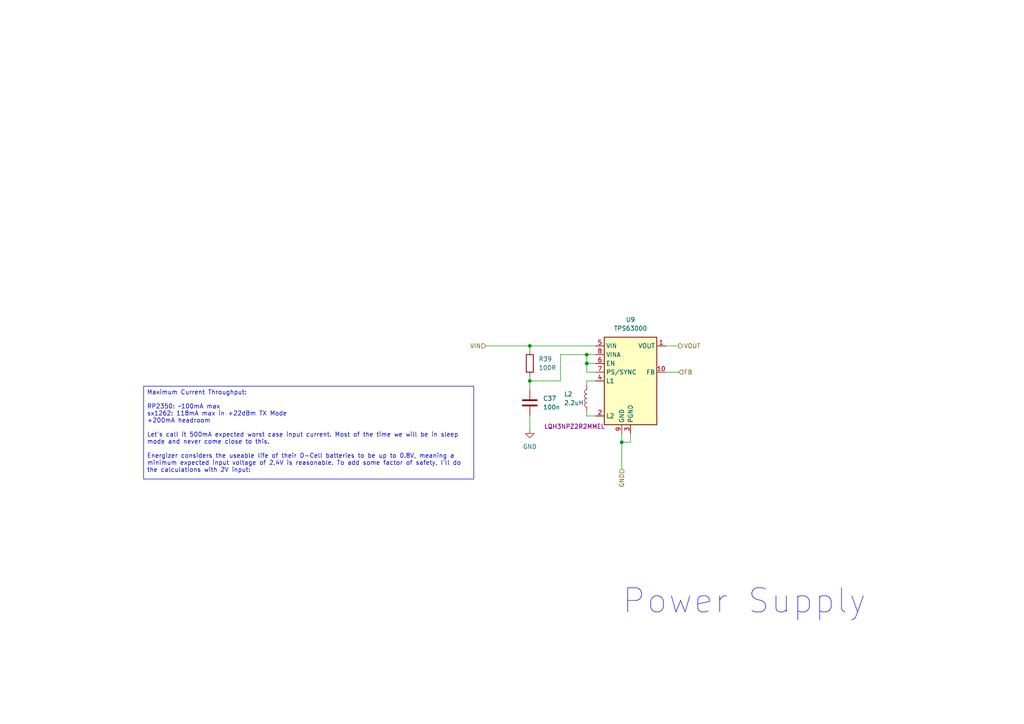
<source format=kicad_sch>
(kicad_sch (version 20250114) (generator "eeschema") (generator_version "9.0")
  (paper "A4")
  (title_block (title "LoRa Water Quality Management System Sensor Node"))
  (lib_symbols
    (symbol "Device:C" (pin_numbers (hide yes)) (pin_names (offset 0.254))
      (property "Reference" "C" (at 0.635 2.54 0))
      (property "Value" "C" (at 0.635 -2.54 0))
      (symbol "C_0_1"
        (polyline (pts (xy -2.032 0.762) (xy 2.032 0.762)) (stroke (width 0.508)))
        (polyline (pts (xy -2.032 -0.762) (xy 2.032 -0.762)) (stroke (width 0.508)))
      )
      (symbol "C_1_1"
        (pin passive line (at 0 3.81 270) (length 2.794) (name "~") (number "1"))
        (pin passive line (at 0 -3.81 90) (length 2.794) (name "~") (number "2"))
      )
    )
    (symbol "Device:L" (pin_numbers (hide yes)) (pin_names (offset 1.016) (hide yes))
      (property "Reference" "L" (at -1.27 0 90))
      (property "Value" "L" (at 1.905 0 90))
      (symbol "L_0_1"
        (arc (start 0 2.54) (mid 0.6323 1.905) (end 0 1.27))
        (arc (start 0 1.27) (mid 0.6323 0.635) (end 0 0))
        (arc (start 0 0) (mid 0.6323 -0.635) (end 0 -1.27))
        (arc (start 0 -1.27) (mid 0.6323 -1.905) (end 0 -2.54))
      )
      (symbol "L_1_1"
        (pin passive line (at 0 3.81 270) (length 1.27) (name "1") (number "1"))
        (pin passive line (at 0 -3.81 90) (length 1.27) (name "2") (number "2"))
      )
    )
    (symbol "Device:R" (pin_numbers (hide yes)) (pin_names (offset 0))
      (property "Reference" "R" (at 2.032 0 90))
      (property "Value" "R" (at 0 0 90))
      (symbol "R_0_1"
        (rectangle (start -1.016 -2.54) (end 1.016 2.54) (stroke (width 0.254)))
      )
      (symbol "R_1_1"
        (pin passive line (at 0 3.81 270) (length 1.27) (name "~") (number "1"))
        (pin passive line (at 0 -3.81 90) (length 1.27) (name "~") (number "2"))
      )
    )
    (symbol "Regulator_Switching:TPS63000"
      (property "Reference" "U" (at -7.62 13.97 0))
      (property "Value" "TPS63000" (at 5.08 13.97 0))
      (symbol "TPS63000_0_1"
        (rectangle (start -7.62 12.7) (end 7.62 -12.7) (stroke (width 0.254)) (fill (type background)))
      )
      (symbol "TPS63000_1_1"
        (pin power_in line (at -10.16 10.16 0) (length 2.54) (name "VIN") (number "5"))
        (pin power_in line (at -10.16 7.62 0) (length 2.54) (name "VINA") (number "8"))
        (pin input line (at -10.16 5.08 0) (length 2.54) (name "EN") (number "6"))
        (pin input line (at -10.16 2.54 0) (length 2.54) (name "PS/SYNC") (number "7"))
        (pin input line (at -10.16 0 0) (length 2.54) (name "L1") (number "4"))
        (pin input line (at -10.16 -10.16 0) (length 2.54) (name "L2") (number "2"))
        (pin power_in line (at -2.54 -15.24 90) (length 2.54) (name "GND") (number "9"))
        (pin passive line (at 0 -15.24 90) (length 2.54) (hide yes) (name "PGND") (number "11"))
        (pin power_in line (at 0 -15.24 90) (length 2.54) (name "PGND") (number "3"))
        (pin power_out line (at 10.16 10.16 180) (length 2.54) (name "VOUT") (number "1"))
        (pin input line (at 10.16 2.54 180) (length 2.54) (name "FB") (number "10"))
      )
    )
    (symbol "power:GND" (power) (pin_numbers (hide yes)) (pin_names (offset 0) (hide yes))
      (property "Value" "GND" (at 0 -3.81 0))
      (symbol "GND_0_1"
        (polyline (pts (xy 0 0) (xy 0 -1.27) (xy 1.27 -1.27) (xy 0 -2.54) (xy -1.27 -1.27) (xy 0 -1.27)))
      )
      (symbol "GND_1_1"
        (pin power_in line (at 0 0 270) (length 0) (name "~") (number "1"))
      )
    )
  )
  (text "Power Supply" (at 215.9 174.498 0) (effects (font (size 7 7))))
  (text_box "Maximum Current Throughput:\n\nRP2350: ~100mA max\nsx1262: 118mA max in +22dBm TX Mode\n+200mA headroom\n\nLet's call it 500mA expected worst case input current. Most of the time we will be in sleep mode and never come close to this.\n\nEnergizer considers the useable life of their D-Cell batteries to be up to 0.8V, meaning a minimum expected input voltage of 2.4V is reasonable. To add some factor of safety, I'll do the calculations with 2V input:" (at 41.656 112.014 0) (size 95.758 26.924) (margins 0.9525 0.9525 0.9525 0.9525) (effects (font (size 1.27 1.27)) (justify left top)))
  (junction (at 170.18 102.87))
  (junction (at 153.67 100.33))
  (junction (at 170.18 105.41))
  (junction (at 153.67 110.49))
  (junction (at 180.34 128.27))
  (wire (pts (xy 172.72 110.49) (xy 170.18 110.49)))
  (wire (pts (xy 180.34 128.27) (xy 180.34 135.89)))
  (wire (pts (xy 153.67 109.22) (xy 153.67 110.49)))
  (wire (pts (xy 172.72 107.95) (xy 170.18 107.95)))
  (wire (pts (xy 182.88 125.73) (xy 182.88 128.27)))
  (wire (pts (xy 193.04 100.33) (xy 196.85 100.33)))
  (wire (pts (xy 170.18 119.38) (xy 170.18 120.65)))
  (wire (pts (xy 153.67 110.49) (xy 153.67 113.03)))
  (wire (pts (xy 153.67 110.49) (xy 162.56 110.49)))
  (wire (pts (xy 172.72 102.87) (xy 170.18 102.87)))
  (wire (pts (xy 180.34 125.73) (xy 180.34 128.27)))
  (wire (pts (xy 153.67 120.65) (xy 153.67 124.46)))
  (wire (pts (xy 162.56 102.87) (xy 162.56 110.49)))
  (wire (pts (xy 170.18 105.41) (xy 170.18 102.87)))
  (wire (pts (xy 193.04 107.95) (xy 196.85 107.95)))
  (wire (pts (xy 153.67 100.33) (xy 172.72 100.33)))
  (wire (pts (xy 172.72 105.41) (xy 170.18 105.41)))
  (wire (pts (xy 153.67 100.33) (xy 153.67 101.6)))
  (wire (pts (xy 172.72 120.65) (xy 170.18 120.65)))
  (wire (pts (xy 170.18 102.87) (xy 162.56 102.87)))
  (wire (pts (xy 170.18 110.49) (xy 170.18 111.76)))
  (wire (pts (xy 140.97 100.33) (xy 153.67 100.33)))
  (wire (pts (xy 182.88 128.27) (xy 180.34 128.27)))
  (wire (pts (xy 170.18 107.95) (xy 170.18 105.41)))
  (hierarchical_label "VOUT" (shape output) (at 196.85 100.33 0))
  (hierarchical_label "GND" (shape input) (at 180.34 135.89 270))
  (hierarchical_label "VIN" (shape input) (at 140.97 100.33 180))
  (hierarchical_label "FB" (shape input) (at 196.85 107.95 0))
  (symbol (lib_id "Device:R") (at 153.67 105.41 0) (unit 1)
    (property "Reference" "R39" (at 156.21 104.1399 0) (effects (justify left)))
    (property "Value" "100R" (at 156.21 106.6799 0) (effects (justify left)))
    (property "Footprint" "Resistor_SMD:R_0805_2012Metric_Pad1.20x1.40mm_HandSolder" (effects (hide yes)))
    (property "Description" "Resistor" (effects (hide yes)))
    (instances (project "" (path "" (reference "R39") (unit 1)) (path "" (reference "R40") (unit 1))))
  )
  (symbol (lib_id "Device:C") (at 153.67 116.84 0) (unit 1)
    (property "Reference" "C37" (at 157.48 115.5699 0) (effects (justify left)))
    (property "Value" "100n" (at 157.48 118.1099 0) (effects (justify left)))
    (property "Footprint" "Capacitor_SMD:C_0805_2012Metric_Pad1.18x1.45mm_HandSolder" (effects (hide yes)))
    (property "Description" "Unpolarized capacitor" (effects (hide yes)))
    (instances (project "" (path "" (reference "C37") (unit 1)) (path "" (reference "C38") (unit 1))))
  )
  (symbol (lib_id "power:GND") (at 153.67 124.46 0) (unit 1)
    (property "Reference" "#PWR082" (effects (hide yes)))
    (property "Value" "GND" (at 153.67 129.54 0))
    (property "Description" "Power symbol creates a global label with name \"GND\" , ground" (effects (hide yes)))
    (instances (project "" (path "" (reference "#PWR082") (unit 1)) (path "" (reference "#PWR083") (unit 1))))
  )
  (symbol (lib_id "Device:L") (at 170.18 115.57 0) (mirror y) (unit 1)
    (property "Reference" "L2" (at 163.576 114.3 0) (effects (justify right)))
    (property "Value" "2.2uH" (at 163.576 116.84 0) (effects (justify right)))
    (property "Footprint" "LWQMS:IND_LQH3NPZ2R2MMEL" (effects (hide yes)))
    (property "Description" "Inductor" (effects (hide yes)))
    (property "MFG P/N" "LQH3NPZ2R2MMEL" (at 166.624 123.698 0))
    (instances (project "" (path "" (reference "L2") (unit 1)) (path "" (reference "L3") (unit 1))))
  )
  (symbol (lib_id "Regulator_Switching:TPS63000") (at 182.88 110.49 0) (unit 1)
    (property "Reference" "U9" (at 182.88 92.71 0))
    (property "Value" "TPS63000" (at 182.88 95.25 0))
    (property "Footprint" "LWQMS:CONV_TPS63000DRCR" (effects (hide yes)))
    (property "Datasheet" "http://www.ti.com/lit/ds/symlink/tps63000.pdf" (effects (hide yes)))
    (property "Description" "Buck-Boost Converter, 1.8-5.5V Input Voltage, 1.8A Switch Current, Adjustable 1.2-5.5V Output Voltage, VSON-10" (effects (hide yes)))
    (instances (project "" (path "" (reference "U9") (unit 1)) (path "" (reference "U10") (unit 1))))
  )
)
</source>
